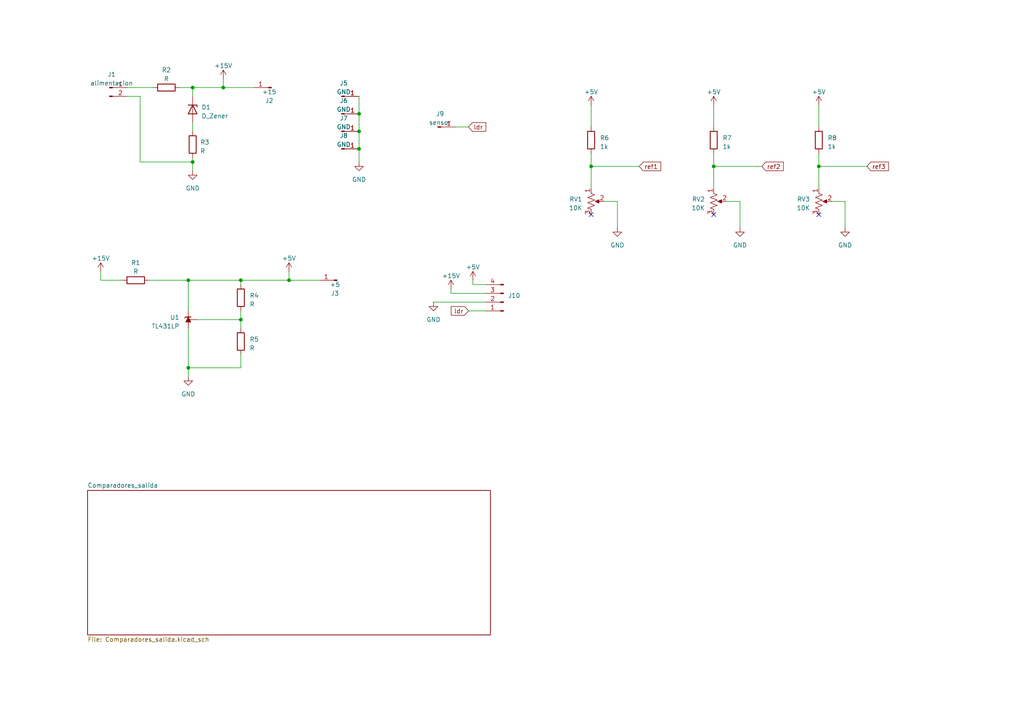
<source format=kicad_sch>
(kicad_sch (version 20230121) (generator eeschema)
  (paper "A4")
  (lib_symbols
    (symbol "Connector:Conn_01x01_Pin" (pin_names (offset 1.016) hide)
      (property "Reference" "J" (at 0 2.54 0))
      (property "Value" "Conn_01x01_Pin" (at 0 -2.54 0))
      (symbol "Conn_01x01_Pin_1_1"
        (polyline (pts (xy 1.27 0) (xy 0.8636 0)) (stroke (width 0.1524)))
        (rectangle (start 0.8636 0.127) (end 0 -0.127) (stroke (width 0.1524)) (fill (type outline)))
        (pin passive line (at 5.08 0 180) (length 3.81) (name "Pin_1") (number "1"))
      )
    )
    (symbol "Connector:Conn_01x02_Pin" (pin_names (offset 1.016) hide)
      (property "Reference" "J" (at 0 2.54 0))
      (property "Value" "Conn_01x02_Pin" (at 0 -5.08 0))
      (symbol "Conn_01x02_Pin_1_1"
        (polyline (pts (xy 1.27 -2.54) (xy 0.8636 -2.54)) (stroke (width 0.1524)))
        (polyline (pts (xy 1.27 0) (xy 0.8636 0)) (stroke (width 0.1524)))
        (rectangle (start 0.8636 -2.413) (end 0 -2.667) (stroke (width 0.1524)) (fill (type outline)))
        (rectangle (start 0.8636 0.127) (end 0 -0.127) (stroke (width 0.1524)) (fill (type outline)))
        (pin passive line (at 5.08 0 180) (length 3.81) (name "Pin_1") (number "1"))
        (pin passive line (at 5.08 -2.54 180) (length 3.81) (name "Pin_2") (number "2"))
      )
    )
    (symbol "Connector:Conn_01x04_Pin" (pin_names (offset 1.016) hide)
      (property "Reference" "J" (at 0 5.08 0))
      (property "Value" "Conn_01x04_Pin" (at 0 -7.62 0))
      (symbol "Conn_01x04_Pin_1_1"
        (polyline (pts (xy 1.27 -5.08) (xy 0.8636 -5.08)) (stroke (width 0.1524)))
        (polyline (pts (xy 1.27 -2.54) (xy 0.8636 -2.54)) (stroke (width 0.1524)))
        (polyline (pts (xy 1.27 0) (xy 0.8636 0)) (stroke (width 0.1524)))
        (polyline (pts (xy 1.27 2.54) (xy 0.8636 2.54)) (stroke (width 0.1524)))
        (rectangle (start 0.8636 -4.953) (end 0 -5.207) (stroke (width 0.1524)) (fill (type outline)))
        (rectangle (start 0.8636 -2.413) (end 0 -2.667) (stroke (width 0.1524)) (fill (type outline)))
        (rectangle (start 0.8636 0.127) (end 0 -0.127) (stroke (width 0.1524)) (fill (type outline)))
        (rectangle (start 0.8636 2.667) (end 0 2.413) (stroke (width 0.1524)) (fill (type outline)))
        (pin passive line (at 5.08 2.54 180) (length 3.81) (name "Pin_1") (number "1"))
        (pin passive line (at 5.08 0 180) (length 3.81) (name "Pin_2") (number "2"))
        (pin passive line (at 5.08 -2.54 180) (length 3.81) (name "Pin_3") (number "3"))
        (pin passive line (at 5.08 -5.08 180) (length 3.81) (name "Pin_4") (number "4"))
      )
    )
    (symbol "Device:D_Zener" (pin_numbers hide) (pin_names (offset 1.016) hide)
      (property "Reference" "D" (at 0 2.54 0))
      (property "Value" "D_Zener" (at 0 -2.54 0))
      (symbol "D_Zener_0_1"
        (polyline (pts (xy 1.27 0) (xy -1.27 0)))
        (polyline (pts (xy -1.27 -1.27) (xy -1.27 1.27) (xy -0.762 1.27)) (stroke (width 0.254)))
        (polyline (pts (xy 1.27 -1.27) (xy 1.27 1.27) (xy -1.27 0) (xy 1.27 -1.27)) (stroke (width 0.254)))
      )
      (symbol "D_Zener_1_1"
        (pin passive line (at -3.81 0 0) (length 2.54) (name "K") (number "1"))
        (pin passive line (at 3.81 0 180) (length 2.54) (name "A") (number "2"))
      )
    )
    (symbol "Device:R" (pin_numbers hide) (pin_names (offset 0))
      (property "Reference" "R" (at 2.032 0 90))
      (property "Value" "R" (at 0 0 90))
      (symbol "R_0_1"
        (rectangle (start -1.016 -2.54) (end 1.016 2.54) (stroke (width 0.254)))
      )
      (symbol "R_1_1"
        (pin passive line (at 0 3.81 270) (length 1.27) (name "~") (number "1"))
        (pin passive line (at 0 -3.81 90) (length 1.27) (name "~") (number "2"))
      )
    )
    (symbol "Device:R_Potentiometer_US" (pin_names (offset 1.016) hide)
      (property "Reference" "RV" (at -4.445 0 90))
      (property "Value" "R_Potentiometer_US" (at -2.54 0 90))
      (symbol "R_Potentiometer_US_0_1"
        (polyline (pts (xy 0 -2.286) (xy 0 -2.54)))
        (polyline (pts (xy 0 2.54) (xy 0 2.286)))
        (polyline (pts (xy 2.54 0) (xy 1.524 0)))
        (polyline (pts (xy 1.143 0) (xy 2.286 0.508) (xy 2.286 -0.508) (xy 1.143 0)) (fill (type outline)))
        (polyline (pts (xy 0 -0.762) (xy 1.016 -1.143) (xy 0 -1.524) (xy -1.016 -1.905) (xy 0 -2.286)))
        (polyline (pts (xy 0 0.762) (xy 1.016 0.381) (xy 0 0) (xy -1.016 -0.381) (xy 0 -0.762)))
        (polyline (pts (xy 0 2.286) (xy 1.016 1.905) (xy 0 1.524) (xy -1.016 1.143) (xy 0 0.762)))
      )
      (symbol "R_Potentiometer_US_1_1"
        (pin passive line (at 0 3.81 270) (length 1.27) (name "1") (number "1"))
        (pin passive line (at 3.81 0 180) (length 1.27) (name "2") (number "2"))
        (pin passive line (at 0 -3.81 90) (length 1.27) (name "3") (number "3"))
      )
    )
    (symbol "Reference_Voltage:TL431LP" (pin_numbers hide) (pin_names hide)
      (property "Reference" "U" (at -2.54 2.54 0))
      (property "Value" "TL431LP" (at 0 -2.54 0))
      (symbol "TL431LP_0_1"
        (polyline (pts (xy -1.27 0) (xy 0 0) (xy 1.27 0)))
        (polyline (pts (xy -0.762 0.762) (xy 0.762 0) (xy -0.762 -0.762)) (fill (type outline)))
        (polyline (pts (xy 0.508 -1.016) (xy 0.762 -0.762) (xy 0.762 0.762) (xy 0.762 0.762)) (stroke (width 0.254)))
      )
      (symbol "TL431LP_1_1"
        (pin passive line (at 0 2.54 270) (length 2.54) (name "REF") (number "1"))
        (pin passive line (at -2.54 0 0) (length 2.54) (name "A") (number "2"))
        (pin passive line (at 2.54 0 180) (length 2.54) (name "K") (number "3"))
      )
    )
    (symbol "power:+15V" (power) (pin_names (offset 0))
      (property "Value" "+15V" (at 0 3.556 0))
      (symbol "+15V_0_1"
        (polyline (pts (xy -0.762 1.27) (xy 0 2.54)))
        (polyline (pts (xy 0 0) (xy 0 2.54)))
        (polyline (pts (xy 0 2.54) (xy 0.762 1.27)))
      )
      (symbol "+15V_1_1"
        (pin power_in line (at 0 0 90) (length 0) hide (name "+15V") (number "1"))
      )
    )
    (symbol "power:+5V" (power) (pin_names (offset 0))
      (property "Value" "+5V" (at 0 3.556 0))
      (symbol "+5V_0_1"
        (polyline (pts (xy -0.762 1.27) (xy 0 2.54)))
        (polyline (pts (xy 0 0) (xy 0 2.54)))
        (polyline (pts (xy 0 2.54) (xy 0.762 1.27)))
      )
      (symbol "+5V_1_1"
        (pin power_in line (at 0 0 90) (length 0) hide (name "+5V") (number "1"))
      )
    )
    (symbol "power:GND" (power) (pin_names (offset 0))
      (property "Value" "GND" (at 0 -3.81 0))
      (symbol "GND_0_1"
        (polyline (pts (xy 0 0) (xy 0 -1.27) (xy 1.27 -1.27) (xy 0 -2.54) (xy -1.27 -1.27) (xy 0 -1.27)))
      )
      (symbol "GND_1_1"
        (pin power_in line (at 0 0 270) (length 0) hide (name "GND") (number "1"))
      )
    )
  )
  (junction (at 104.14 43.18))
  (junction (at 237.49 48.26))
  (junction (at 64.77 25.4))
  (junction (at 171.45 48.26))
  (junction (at 54.61 106.68))
  (junction (at 69.85 92.71))
  (junction (at 83.82 81.28))
  (junction (at 69.85 81.28))
  (junction (at 55.88 25.4))
  (junction (at 54.61 81.28))
  (junction (at 104.14 33.02))
  (junction (at 207.01 48.26))
  (junction (at 55.88 46.99))
  (junction (at 104.14 38.1))
  (no_connect (at 237.49 62.23))
  (no_connect (at 207.01 62.23))
  (no_connect (at 171.45 62.23))
  (wire (pts (xy 64.77 22.86) (xy 64.77 25.4)))
  (wire (pts (xy 52.07 25.4) (xy 55.88 25.4)))
  (wire (pts (xy 130.81 85.09) (xy 140.97 85.09)))
  (wire (pts (xy 135.89 90.17) (xy 140.97 90.17)))
  (wire (pts (xy 54.61 106.68) (xy 54.61 109.22)))
  (wire (pts (xy 137.16 82.55) (xy 140.97 82.55)))
  (wire (pts (xy 130.81 83.82) (xy 130.81 85.09)))
  (wire (pts (xy 54.61 81.28) (xy 54.61 90.17)))
  (wire (pts (xy 40.64 46.99) (xy 55.88 46.99)))
  (wire (pts (xy 171.45 44.45) (xy 171.45 48.26)))
  (wire (pts (xy 69.85 92.71) (xy 69.85 95.25)))
  (wire (pts (xy 83.82 81.28) (xy 92.71 81.28)))
  (wire (pts (xy 237.49 30.48) (xy 237.49 36.83)))
  (wire (pts (xy 29.21 78.74) (xy 29.21 81.28)))
  (wire (pts (xy 207.01 30.48) (xy 207.01 36.83)))
  (wire (pts (xy 55.88 45.72) (xy 55.88 46.99)))
  (wire (pts (xy 237.49 44.45) (xy 237.49 48.26)))
  (wire (pts (xy 171.45 48.26) (xy 171.45 54.61)))
  (wire (pts (xy 69.85 90.17) (xy 69.85 92.71)))
  (wire (pts (xy 245.11 58.42) (xy 245.11 66.04)))
  (wire (pts (xy 54.61 81.28) (xy 69.85 81.28)))
  (wire (pts (xy 29.21 81.28) (xy 35.56 81.28)))
  (wire (pts (xy 69.85 106.68) (xy 54.61 106.68)))
  (wire (pts (xy 179.07 58.42) (xy 179.07 66.04)))
  (wire (pts (xy 40.64 27.94) (xy 40.64 46.99)))
  (wire (pts (xy 55.88 35.56) (xy 55.88 38.1)))
  (wire (pts (xy 171.45 48.26) (xy 185.42 48.26)))
  (wire (pts (xy 104.14 27.94) (xy 104.14 33.02)))
  (wire (pts (xy 57.15 92.71) (xy 69.85 92.71)))
  (wire (pts (xy 137.16 81.28) (xy 137.16 82.55)))
  (wire (pts (xy 175.26 58.42) (xy 179.07 58.42)))
  (wire (pts (xy 214.63 58.42) (xy 214.63 66.04)))
  (wire (pts (xy 43.18 81.28) (xy 54.61 81.28)))
  (wire (pts (xy 207.01 44.45) (xy 207.01 48.26)))
  (wire (pts (xy 241.3 58.42) (xy 245.11 58.42)))
  (wire (pts (xy 104.14 33.02) (xy 104.14 38.1)))
  (wire (pts (xy 55.88 25.4) (xy 64.77 25.4)))
  (wire (pts (xy 207.01 48.26) (xy 207.01 54.61)))
  (wire (pts (xy 132.08 36.83) (xy 135.89 36.83)))
  (wire (pts (xy 55.88 25.4) (xy 55.88 27.94)))
  (wire (pts (xy 64.77 25.4) (xy 73.66 25.4)))
  (wire (pts (xy 54.61 95.25) (xy 54.61 106.68)))
  (wire (pts (xy 104.14 43.18) (xy 104.14 46.99)))
  (wire (pts (xy 36.83 25.4) (xy 44.45 25.4)))
  (wire (pts (xy 210.82 58.42) (xy 214.63 58.42)))
  (wire (pts (xy 104.14 38.1) (xy 104.14 43.18)))
  (wire (pts (xy 36.83 27.94) (xy 40.64 27.94)))
  (wire (pts (xy 69.85 81.28) (xy 69.85 82.55)))
  (wire (pts (xy 83.82 78.74) (xy 83.82 81.28)))
  (wire (pts (xy 55.88 46.99) (xy 55.88 49.53)))
  (wire (pts (xy 207.01 48.26) (xy 220.98 48.26)))
  (wire (pts (xy 69.85 102.87) (xy 69.85 106.68)))
  (wire (pts (xy 125.73 87.63) (xy 140.97 87.63)))
  (wire (pts (xy 83.82 81.28) (xy 69.85 81.28)))
  (wire (pts (xy 237.49 48.26) (xy 237.49 54.61)))
  (wire (pts (xy 237.49 48.26) (xy 251.46 48.26)))
  (wire (pts (xy 171.45 30.48) (xy 171.45 36.83)))
  (global_label "ldr" (shape input) (at 135.89 90.17 180) (property "Intersheetrefs" "${INTERSHEET_REFS}" (effects hide)))
  (global_label "ref1" (shape input) (at 185.42 48.26 0) (property "Intersheetrefs" "${INTERSHEET_REFS}" (effects hide)))
  (global_label "ref3" (shape input) (at 251.46 48.26 0) (property "Intersheetrefs" "${INTERSHEET_REFS}" (effects hide)))
  (global_label "ldr" (shape input) (at 135.89 36.83 0) (property "Intersheetrefs" "${INTERSHEET_REFS}" (effects hide)))
  (global_label "ref2" (shape input) (at 220.98 48.26 0) (property "Intersheetrefs" "${INTERSHEET_REFS}" (effects hide)))
  (symbol (lib_id "Connector:Conn_01x01_Pin") (at 127 36.83 0) (unit 1)
    (property "Reference" "J9" (at 127.635 33.02 0))
    (property "Value" "sensor" (at 127.635 35.56 0))
    (property "Footprint" "Connector_PinHeader_2.54mm:PinHeader_1x01_P2.54mm_Vertical" (effects hide))
  )
  (symbol (lib_id "Connector:Conn_01x01_Pin") (at 78.74 25.4 180) (unit 1)
    (property "Reference" "J2" (at 78.105 29.21 0))
    (property "Value" "+15" (at 78.105 26.67 0))
    (property "Footprint" "Connector_PinHeader_2.54mm:PinHeader_1x01_P2.54mm_Vertical" (effects hide))
  )
  (symbol (lib_id "power:+5V") (at 83.82 78.74 0) (unit 1)
    (property "Reference" "#PWR05" (effects hide))
    (property "Value" "+5V" (at 83.82 74.93 0))
  )
  (symbol (lib_id "Device:R") (at 207.01 40.64 0) (unit 1)
    (property "Reference" "R7" (at 209.55 40.005 0) (effects (justify left)))
    (property "Value" "1k" (at 209.55 42.545 0) (effects (justify left)))
    (property "Footprint" "Resistor_THT:R_Axial_DIN0207_L6.3mm_D2.5mm_P7.62mm_Horizontal" (effects hide))
  )
  (symbol (lib_id "Device:R") (at 48.26 25.4 90) (unit 1)
    (property "Reference" "R2" (at 48.26 20.32 90))
    (property "Value" "R" (at 48.26 22.86 90))
    (property "Footprint" "Resistor_THT:R_Axial_DIN0207_L6.3mm_D2.5mm_P7.62mm_Horizontal" (effects hide))
  )
  (symbol (lib_id "Device:R") (at 171.45 40.64 0) (unit 1)
    (property "Reference" "R6" (at 173.99 40.005 0) (effects (justify left)))
    (property "Value" "1k" (at 173.99 42.545 0) (effects (justify left)))
    (property "Footprint" "Resistor_THT:R_Axial_DIN0207_L6.3mm_D2.5mm_P7.62mm_Horizontal" (effects hide))
  )
  (symbol (lib_id "power:GND") (at 214.63 66.04 0) (unit 1)
    (property "Reference" "#PWR013" (effects hide))
    (property "Value" "GND" (at 214.63 71.12 0))
  )
  (symbol (lib_id "Connector:Conn_01x04_Pin") (at 146.05 87.63 180) (unit 1)
    (property "Reference" "J10" (at 147.32 85.725 0) (effects (justify right)))
    (property "Value" "exp" (effects hide))
    (property "Footprint" "Connector_Phoenix_MC:PhoenixContact_MCV_1,5_4-G-3.81_1x04_P3.81mm_Vertical" (effects hide))
  )
  (symbol (lib_id "power:+5V") (at 207.01 30.48 0) (unit 1)
    (property "Reference" "#PWR012" (effects hide))
    (property "Value" "+5V" (at 207.01 26.67 0))
  )
  (symbol (lib_id "power:GND") (at 125.73 87.63 0) (unit 1)
    (property "Reference" "#PWR07" (effects hide))
    (property "Value" "GND" (at 125.73 92.71 0))
  )
  (symbol (lib_id "Device:R_Potentiometer_US") (at 171.45 58.42 0) (unit 1)
    (property "Reference" "RV1" (at 168.91 57.785 0) (effects (justify right)))
    (property "Value" "10K" (at 168.91 60.325 0) (effects (justify right)))
    (property "Footprint" "Potentiometer_THT:Potentiometer_Bourns_3266Y_Vertical" (effects hide))
  )
  (symbol (lib_id "power:+15V") (at 29.21 78.74 0) (unit 1)
    (property "Reference" "#PWR01" (effects hide))
    (property "Value" "+15V" (at 29.21 74.93 0))
  )
  (symbol (lib_id "power:+5V") (at 171.45 30.48 0) (unit 1)
    (property "Reference" "#PWR010" (effects hide))
    (property "Value" "+5V" (at 171.45 26.67 0))
  )
  (symbol (lib_id "power:GND") (at 179.07 66.04 0) (unit 1)
    (property "Reference" "#PWR011" (effects hide))
    (property "Value" "GND" (at 179.07 71.12 0))
  )
  (symbol (lib_id "Device:R_Potentiometer_US") (at 237.49 58.42 0) (unit 1)
    (property "Reference" "RV3" (at 234.95 57.785 0) (effects (justify right)))
    (property "Value" "10K" (at 234.95 60.325 0) (effects (justify right)))
    (property "Footprint" "Potentiometer_THT:Potentiometer_Bourns_3266Y_Vertical" (effects hide))
  )
  (symbol (lib_id "Device:R") (at 69.85 86.36 0) (unit 1)
    (property "Reference" "R4" (at 72.39 85.725 0) (effects (justify left)))
    (property "Value" "R" (at 72.39 88.265 0) (effects (justify left)))
    (property "Footprint" "Resistor_THT:R_Axial_DIN0207_L6.3mm_D2.5mm_P7.62mm_Horizontal" (effects hide))
  )
  (symbol (lib_id "power:+15V") (at 64.77 22.86 0) (unit 1)
    (property "Reference" "#PWR04" (effects hide))
    (property "Value" "+15V" (at 64.77 19.05 0))
  )
  (symbol (lib_id "Connector:Conn_01x01_Pin") (at 99.06 27.94 0) (unit 1)
    (property "Reference" "J5" (at 99.695 24.13 0))
    (property "Value" "GND" (at 99.695 26.67 0))
    (property "Footprint" "Connector_PinHeader_2.54mm:PinHeader_1x01_P2.54mm_Vertical" (effects hide))
  )
  (symbol (lib_id "Device:R") (at 237.49 40.64 0) (unit 1)
    (property "Reference" "R8" (at 240.03 40.005 0) (effects (justify left)))
    (property "Value" "1k" (at 240.03 42.545 0) (effects (justify left)))
    (property "Footprint" "Resistor_THT:R_Axial_DIN0207_L6.3mm_D2.5mm_P7.62mm_Horizontal" (effects hide))
  )
  (symbol (lib_id "Device:R") (at 55.88 41.91 180) (unit 1)
    (property "Reference" "R3" (at 58.0596 41.275 0) (effects (justify right)))
    (property "Value" "R" (at 58.0596 43.815 0) (effects (justify right)))
    (property "Footprint" "Resistor_THT:R_Axial_DIN0207_L6.3mm_D2.5mm_P7.62mm_Horizontal" (effects hide))
  )
  (symbol (lib_id "Device:R") (at 69.85 99.06 0) (unit 1)
    (property "Reference" "R5" (at 72.39 98.425 0) (effects (justify left)))
    (property "Value" "R" (at 72.39 100.965 0) (effects (justify left)))
    (property "Footprint" "Resistor_THT:R_Axial_DIN0207_L6.3mm_D2.5mm_P7.62mm_Horizontal" (effects hide))
  )
  (symbol (lib_id "Device:D_Zener") (at 55.88 31.75 270) (unit 1)
    (property "Reference" "D1" (at 58.42 31.115 90) (effects (justify left)))
    (property "Value" "D_Zener" (at 58.42 33.655 90) (effects (justify left)))
    (property "Footprint" "Diode_THT:D_DO-35_SOD27_P7.62mm_Horizontal" (effects hide))
  )
  (symbol (lib_id "Device:R") (at 39.37 81.28 90) (unit 1)
    (property "Reference" "R1" (at 39.37 76.2 90))
    (property "Value" "R" (at 39.37 78.74 90))
    (property "Footprint" "Resistor_THT:R_Axial_DIN0207_L6.3mm_D2.5mm_P7.62mm_Horizontal" (effects hide))
  )
  (symbol (lib_id "power:+15V") (at 130.81 83.82 0) (unit 1)
    (property "Reference" "#PWR08" (effects hide))
    (property "Value" "+15V" (at 130.81 80.01 0))
  )
  (symbol (lib_id "power:+5V") (at 137.16 81.28 0) (unit 1)
    (property "Reference" "#PWR09" (effects hide))
    (property "Value" "+5V" (at 137.16 77.47 0))
  )
  (symbol (lib_id "power:GND") (at 55.88 49.53 0) (unit 1)
    (property "Reference" "#PWR03" (effects hide))
    (property "Value" "GND" (at 55.88 54.61 0))
  )
  (symbol (lib_id "Device:R_Potentiometer_US") (at 207.01 58.42 0) (unit 1)
    (property "Reference" "RV2" (at 204.47 57.785 0) (effects (justify right)))
    (property "Value" "10K" (at 204.47 60.325 0) (effects (justify right)))
    (property "Footprint" "Potentiometer_THT:Potentiometer_Bourns_3266Y_Vertical" (effects hide))
  )
  (symbol (lib_id "Connector:Conn_01x01_Pin") (at 99.06 43.18 0) (unit 1)
    (property "Reference" "J8" (at 99.695 39.37 0))
    (property "Value" "GND" (at 99.695 41.91 0))
    (property "Footprint" "Connector_PinHeader_2.54mm:PinHeader_1x01_P2.54mm_Vertical" (effects hide))
  )
  (symbol (lib_id "Connector:Conn_01x01_Pin") (at 99.06 33.02 0) (unit 1)
    (property "Reference" "J6" (at 99.695 29.21 0))
    (property "Value" "GND" (at 99.695 31.75 0))
    (property "Footprint" "Connector_PinHeader_2.54mm:PinHeader_1x01_P2.54mm_Vertical" (effects hide))
  )
  (symbol (lib_id "power:GND") (at 104.14 46.99 0) (unit 1)
    (property "Reference" "#PWR06" (effects hide))
    (property "Value" "GND" (at 104.14 52.07 0))
  )
  (symbol (lib_id "Connector:Conn_01x02_Pin") (at 31.75 25.4 0) (unit 1)
    (property "Reference" "J1" (at 32.385 21.59 0))
    (property "Value" "alimentacion" (at 32.385 24.13 0))
    (property "Footprint" "Connector_Phoenix_MC:PhoenixContact_MCV_1,5_2-G-3.81_1x02_P3.81mm_Vertical" (effects hide))
  )
  (symbol (lib_id "Reference_Voltage:TL431LP") (at 54.61 92.71 270) (mirror x) (unit 1)
    (property "Reference" "U1" (at 52.07 92.075 90) (effects (justify right)))
    (property "Value" "TL431LP" (at 52.07 94.615 90) (effects (justify right)))
    (property "Footprint" "Package_TO_SOT_THT:TO-92_Inline_Wide" (effects hide))
    (property "Datasheet" "http://www.ti.com/lit/ds/symlink/tl431.pdf" (effects hide))
  )
  (symbol (lib_id "power:+5V") (at 237.49 30.48 0) (unit 1)
    (property "Reference" "#PWR014" (effects hide))
    (property "Value" "+5V" (at 237.49 26.67 0))
  )
  (symbol (lib_id "Connector:Conn_01x01_Pin") (at 99.06 38.1 0) (unit 1)
    (property "Reference" "J7" (at 99.695 34.29 0))
    (property "Value" "GND" (at 99.695 36.83 0))
    (property "Footprint" "Connector_PinHeader_2.54mm:PinHeader_1x01_P2.54mm_Vertical" (effects hide))
  )
  (symbol (lib_id "power:GND") (at 245.11 66.04 0) (unit 1)
    (property "Reference" "#PWR015" (effects hide))
    (property "Value" "GND" (at 245.11 71.12 0))
  )
  (symbol (lib_id "power:GND") (at 54.61 109.22 0) (unit 1)
    (property "Reference" "#PWR02" (effects hide))
    (property "Value" "GND" (at 54.61 114.3 0))
  )
  (symbol (lib_id "Connector:Conn_01x01_Pin") (at 97.79 81.28 180) (unit 1)
    (property "Reference" "J3" (at 97.155 85.09 0))
    (property "Value" "+5" (at 97.155 82.55 0))
    (property "Footprint" "Connector_PinHeader_2.54mm:PinHeader_1x01_P2.54mm_Vertical" (effects hide))
  )
  (sheet (at 25.4 142.24) (size 116.84 41.91) (stroke (width 0.1524))
    (property "Sheetname" "Comparadores_salida" (at 25.4 141.5284 0) (effects (justify left bottom)))
    (property "Sheetfile" "Comparadores_salida.kicad_sch" (at 25.4 184.7346 0) (effects (justify left top)))
  )
)
</source>
